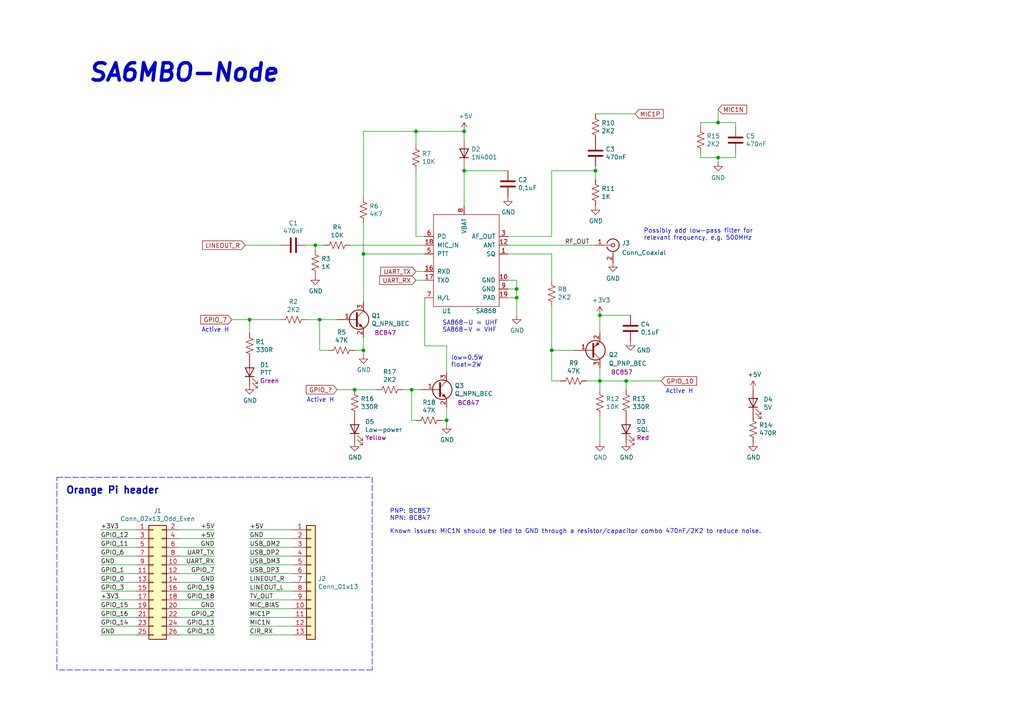
<source format=kicad_sch>
(kicad_sch (version 20211123) (generator eeschema)
  (paper "A4")
  (title_block (title "SA6MBO-Node - SA868 SVX Node") (date "2022-09-24") (rev "A") (company "SA6MBO"))
  (lib_symbols
    (symbol "Connector:Conn_Coaxial" (pin_names (offset 1.016) hide)
      (property "Reference" "J" (at 0.254 3.048 0))
      (property "Value" "Conn_Coaxial" (at 2.921 0 90))
      (symbol "Conn_Coaxial_0_1"
        (arc (start -1.778 -0.508) (mid 0.222 -1.808) (end 1.778 0) (stroke (width 0.254)))
        (polyline (pts (xy -2.54 0) (xy -0.508 0)))
        (polyline (pts (xy 0 -2.54) (xy 0 -1.778)))
        (circle (center 0 0) (radius 0.508) (stroke (width 0.2032)))
        (arc (start 1.778 0) (mid 0.222 1.8083) (end -1.778 0.508) (stroke (width 0.254)))
      )
      (symbol "Conn_Coaxial_1_1"
        (pin passive line (at -5.08 0 0) (length 2.54) (name "In") (number "1"))
        (pin passive line (at 0 -5.08 90) (length 2.54) (name "Ext") (number "2"))
      )
    )
    (symbol "Connector_Generic:Conn_01x13" (pin_names (offset 1.016) hide)
      (property "Reference" "J" (at 0 17.78 0))
      (property "Value" "Conn_01x13" (at 0 -17.78 0))
      (symbol "Conn_01x13_1_1"
        (rectangle (start -1.27 -15.113) (end 0 -15.367) (stroke (width 0.1524)))
        (rectangle (start -1.27 -12.573) (end 0 -12.827) (stroke (width 0.1524)))
        (rectangle (start -1.27 -10.033) (end 0 -10.287) (stroke (width 0.1524)))
        (rectangle (start -1.27 -7.493) (end 0 -7.747) (stroke (width 0.1524)))
        (rectangle (start -1.27 -4.953) (end 0 -5.207) (stroke (width 0.1524)))
        (rectangle (start -1.27 -2.413) (end 0 -2.667) (stroke (width 0.1524)))
        (rectangle (start -1.27 0.127) (end 0 -0.127) (stroke (width 0.1524)))
        (rectangle (start -1.27 2.667) (end 0 2.413) (stroke (width 0.1524)))
        (rectangle (start -1.27 5.207) (end 0 4.953) (stroke (width 0.1524)))
        (rectangle (start -1.27 7.747) (end 0 7.493) (stroke (width 0.1524)))
        (rectangle (start -1.27 10.287) (end 0 10.033) (stroke (width 0.1524)))
        (rectangle (start -1.27 12.827) (end 0 12.573) (stroke (width 0.1524)))
        (rectangle (start -1.27 15.367) (end 0 15.113) (stroke (width 0.1524)))
        (rectangle (start -1.27 16.51) (end 1.27 -16.51) (stroke (width 0.254)) (fill (type background)))
        (pin passive line (at -5.08 15.24 0) (length 3.81) (name "Pin_1") (number "1"))
        (pin passive line (at -5.08 -7.62 0) (length 3.81) (name "Pin_10") (number "10"))
        (pin passive line (at -5.08 -10.16 0) (length 3.81) (name "Pin_11") (number "11"))
        (pin passive line (at -5.08 -12.7 0) (length 3.81) (name "Pin_12") (number "12"))
        (pin passive line (at -5.08 -15.24 0) (length 3.81) (name "Pin_13") (number "13"))
        (pin passive line (at -5.08 12.7 0) (length 3.81) (name "Pin_2") (number "2"))
        (pin passive line (at -5.08 10.16 0) (length 3.81) (name "Pin_3") (number "3"))
        (pin passive line (at -5.08 7.62 0) (length 3.81) (name "Pin_4") (number "4"))
        (pin passive line (at -5.08 5.08 0) (length 3.81) (name "Pin_5") (number "5"))
        (pin passive line (at -5.08 2.54 0) (length 3.81) (name "Pin_6") (number "6"))
        (pin passive line (at -5.08 0 0) (length 3.81) (name "Pin_7") (number "7"))
        (pin passive line (at -5.08 -2.54 0) (length 3.81) (name "Pin_8") (number "8"))
        (pin passive line (at -5.08 -5.08 0) (length 3.81) (name "Pin_9") (number "9"))
      )
    )
    (symbol "Connector_Generic:Conn_02x13_Odd_Even" (pin_names (offset 1.016) hide)
      (property "Reference" "J" (at 1.27 17.78 0))
      (property "Value" "Conn_02x13_Odd_Even" (at 1.27 -17.78 0))
      (symbol "Conn_02x13_Odd_Even_1_1"
        (rectangle (start -1.27 -15.113) (end 0 -15.367) (stroke (width 0.1524)))
        (rectangle (start -1.27 -12.573) (end 0 -12.827) (stroke (width 0.1524)))
        (rectangle (start -1.27 -10.033) (end 0 -10.287) (stroke (width 0.1524)))
        (rectangle (start -1.27 -7.493) (end 0 -7.747) (stroke (width 0.1524)))
        (rectangle (start -1.27 -4.953) (end 0 -5.207) (stroke (width 0.1524)))
        (rectangle (start -1.27 -2.413) (end 0 -2.667) (stroke (width 0.1524)))
        (rectangle (start -1.27 0.127) (end 0 -0.127) (stroke (width 0.1524)))
        (rectangle (start -1.27 2.667) (end 0 2.413) (stroke (width 0.1524)))
        (rectangle (start -1.27 5.207) (end 0 4.953) (stroke (width 0.1524)))
        (rectangle (start -1.27 7.747) (end 0 7.493) (stroke (width 0.1524)))
        (rectangle (start -1.27 10.287) (end 0 10.033) (stroke (width 0.1524)))
        (rectangle (start -1.27 12.827) (end 0 12.573) (stroke (width 0.1524)))
        (rectangle (start -1.27 15.367) (end 0 15.113) (stroke (width 0.1524)))
        (rectangle (start -1.27 16.51) (end 3.81 -16.51) (stroke (width 0.254)) (fill (type background)))
        (rectangle (start 3.81 -15.113) (end 2.54 -15.367) (stroke (width 0.1524)))
        (rectangle (start 3.81 -12.573) (end 2.54 -12.827) (stroke (width 0.1524)))
        (rectangle (start 3.81 -10.033) (end 2.54 -10.287) (stroke (width 0.1524)))
        (rectangle (start 3.81 -7.493) (end 2.54 -7.747) (stroke (width 0.1524)))
        (rectangle (start 3.81 -4.953) (end 2.54 -5.207) (stroke (width 0.1524)))
        (rectangle (start 3.81 -2.413) (end 2.54 -2.667) (stroke (width 0.1524)))
        (rectangle (start 3.81 0.127) (end 2.54 -0.127) (stroke (width 0.1524)))
        (rectangle (start 3.81 2.667) (end 2.54 2.413) (stroke (width 0.1524)))
        (rectangle (start 3.81 5.207) (end 2.54 4.953) (stroke (width 0.1524)))
        (rectangle (start 3.81 7.747) (end 2.54 7.493) (stroke (width 0.1524)))
        (rectangle (start 3.81 10.287) (end 2.54 10.033) (stroke (width 0.1524)))
        (rectangle (start 3.81 12.827) (end 2.54 12.573) (stroke (width 0.1524)))
        (rectangle (start 3.81 15.367) (end 2.54 15.113) (stroke (width 0.1524)))
        (pin passive line (at -5.08 15.24 0) (length 3.81) (name "Pin_1") (number "1"))
        (pin passive line (at 7.62 5.08 180) (length 3.81) (name "Pin_10") (number "10"))
        (pin passive line (at -5.08 2.54 0) (length 3.81) (name "Pin_11") (number "11"))
        (pin passive line (at 7.62 2.54 180) (length 3.81) (name "Pin_12") (number "12"))
        (pin passive line (at -5.08 0 0) (length 3.81) (name "Pin_13") (number "13"))
        (pin passive line (at 7.62 0 180) (length 3.81) (name "Pin_14") (number "14"))
        (pin passive line (at -5.08 -2.54 0) (length 3.81) (name "Pin_15") (number "15"))
        (pin passive line (at 7.62 -2.54 180) (length 3.81) (name "Pin_16") (number "16"))
        (pin passive line (at -5.08 -5.08 0) (length 3.81) (name "Pin_17") (number "17"))
        (pin passive line (at 7.62 -5.08 180) (length 3.81) (name "Pin_18") (number "18"))
        (pin passive line (at -5.08 -7.62 0) (length 3.81) (name "Pin_19") (number "19"))
        (pin passive line (at 7.62 15.24 180) (length 3.81) (name "Pin_2") (number "2"))
        (pin passive line (at 7.62 -7.62 180) (length 3.81) (name "Pin_20") (number "20"))
        (pin passive line (at -5.08 -10.16 0) (length 3.81) (name "Pin_21") (number "21"))
        (pin passive line (at 7.62 -10.16 180) (length 3.81) (name "Pin_22") (number "22"))
        (pin passive line (at -5.08 -12.7 0) (length 3.81) (name "Pin_23") (number "23"))
        (pin passive line (at 7.62 -12.7 180) (length 3.81) (name "Pin_24") (number "24"))
        (pin passive line (at -5.08 -15.24 0) (length 3.81) (name "Pin_25") (number "25"))
        (pin passive line (at 7.62 -15.24 180) (length 3.81) (name "Pin_26") (number "26"))
        (pin passive line (at -5.08 12.7 0) (length 3.81) (name "Pin_3") (number "3"))
        (pin passive line (at 7.62 12.7 180) (length 3.81) (name "Pin_4") (number "4"))
        (pin passive line (at -5.08 10.16 0) (length 3.81) (name "Pin_5") (number "5"))
        (pin passive line (at 7.62 10.16 180) (length 3.81) (name "Pin_6") (number "6"))
        (pin passive line (at -5.08 7.62 0) (length 3.81) (name "Pin_7") (number "7"))
        (pin passive line (at 7.62 7.62 180) (length 3.81) (name "Pin_8") (number "8"))
        (pin passive line (at -5.08 5.08 0) (length 3.81) (name "Pin_9") (number "9"))
      )
    )
    (symbol "Device:C" (pin_numbers hide) (pin_names (offset 0.254))
      (property "Reference" "C" (at 0.635 2.54 0))
      (property "Value" "C" (at 0.635 -2.54 0))
      (symbol "C_0_1"
        (polyline (pts (xy -2.032 -0.762) (xy 2.032 -0.762)) (stroke (width 0.508)))
        (polyline (pts (xy -2.032 0.762) (xy 2.032 0.762)) (stroke (width 0.508)))
      )
      (symbol "C_1_1"
        (pin passive line (at 0 3.81 270) (length 2.794) (name "~") (number "1"))
        (pin passive line (at 0 -3.81 90) (length 2.794) (name "~") (number "2"))
      )
    )
    (symbol "Device:D" (pin_numbers hide) (pin_names (offset 1.016) hide)
      (property "Reference" "D" (at 0 2.54 0))
      (property "Value" "D" (at 0 -2.54 0))
      (symbol "D_0_1"
        (polyline (pts (xy -1.27 1.27) (xy -1.27 -1.27)) (stroke (width 0.254)))
        (polyline (pts (xy 1.27 0) (xy -1.27 0)))
        (polyline (pts (xy 1.27 1.27) (xy 1.27 -1.27) (xy -1.27 0) (xy 1.27 1.27)) (stroke (width 0.254)))
      )
      (symbol "D_1_1"
        (pin passive line (at -3.81 0 0) (length 2.54) (name "K") (number "1"))
        (pin passive line (at 3.81 0 180) (length 2.54) (name "A") (number "2"))
      )
    )
    (symbol "Device:LED" (pin_numbers hide) (pin_names (offset 1.016) hide)
      (property "Reference" "D" (at 0 2.54 0))
      (property "Value" "LED" (at 0 -2.54 0))
      (symbol "LED_0_1"
        (polyline (pts (xy -1.27 -1.27) (xy -1.27 1.27)) (stroke (width 0.254)))
        (polyline (pts (xy -1.27 0) (xy 1.27 0)))
        (polyline (pts (xy 1.27 -1.27) (xy 1.27 1.27) (xy -1.27 0) (xy 1.27 -1.27)) (stroke (width 0.254)))
        (polyline (pts (xy -3.048 -0.762) (xy -4.572 -2.286) (xy -3.81 -2.286) (xy -4.572 -2.286) (xy -4.572 -1.524)))
        (polyline (pts (xy -1.778 -0.762) (xy -3.302 -2.286) (xy -2.54 -2.286) (xy -3.302 -2.286) (xy -3.302 -1.524)))
      )
      (symbol "LED_1_1"
        (pin passive line (at -3.81 0 0) (length 2.54) (name "K") (number "1"))
        (pin passive line (at 3.81 0 180) (length 2.54) (name "A") (number "2"))
      )
    )
    (symbol "Device:Q_NPN_BEC" (pin_names (offset 0) hide)
      (property "Reference" "Q" (at 5.08 1.27 0))
      (property "Value" "Q_NPN_BEC" (at 5.08 -1.27 0))
      (symbol "Q_NPN_BEC_0_1"
        (polyline (pts (xy 0.635 0.635) (xy 2.54 2.54)))
        (polyline (pts (xy 0.635 -0.635) (xy 2.54 -2.54) (xy 2.54 -2.54)))
        (polyline (pts (xy 0.635 1.905) (xy 0.635 -1.905) (xy 0.635 -1.905)) (stroke (width 0.508)))
        (polyline (pts (xy 1.27 -1.778) (xy 1.778 -1.27) (xy 2.286 -2.286) (xy 1.27 -1.778) (xy 1.27 -1.778)) (fill (type outline)))
        (circle (center 1.27 0) (radius 2.8194) (stroke (width 0.254)))
      )
      (symbol "Q_NPN_BEC_1_1"
        (pin input line (at -5.08 0 0) (length 5.715) (name "B") (number "1"))
        (pin passive line (at 2.54 -5.08 90) (length 2.54) (name "E") (number "2"))
        (pin passive line (at 2.54 5.08 270) (length 2.54) (name "C") (number "3"))
      )
    )
    (symbol "Device:Q_PNP_BEC" (pin_names (offset 0) hide)
      (property "Reference" "Q" (at 5.08 1.27 0))
      (property "Value" "Q_PNP_BEC" (at 5.08 -1.27 0))
      (symbol "Q_PNP_BEC_0_1"
        (polyline (pts (xy 0.635 0.635) (xy 2.54 2.54)))
        (polyline (pts (xy 0.635 -0.635) (xy 2.54 -2.54) (xy 2.54 -2.54)))
        (polyline (pts (xy 0.635 1.905) (xy 0.635 -1.905) (xy 0.635 -1.905)) (stroke (width 0.508)))
        (polyline (pts (xy 2.286 -1.778) (xy 1.778 -2.286) (xy 1.27 -1.27) (xy 2.286 -1.778) (xy 2.286 -1.778)) (fill (type outline)))
        (circle (center 1.27 0) (radius 2.8194) (stroke (width 0.254)))
      )
      (symbol "Q_PNP_BEC_1_1"
        (pin input line (at -5.08 0 0) (length 5.715) (name "B") (number "1"))
        (pin passive line (at 2.54 -5.08 90) (length 2.54) (name "E") (number "2"))
        (pin passive line (at 2.54 5.08 270) (length 2.54) (name "C") (number "3"))
      )
    )
    (symbol "Device:R_US" (pin_numbers hide) (pin_names (offset 0))
      (property "Reference" "R" (at 2.54 0 90))
      (property "Value" "R_US" (at -2.54 0 90))
      (symbol "R_US_0_1"
        (polyline (pts (xy 0 -2.286) (xy 0 -2.54)))
        (polyline (pts (xy 0 2.286) (xy 0 2.54)))
        (polyline (pts (xy 0 -0.762) (xy 1.016 -1.143) (xy 0 -1.524) (xy -1.016 -1.905) (xy 0 -2.286)))
        (polyline (pts (xy 0 0.762) (xy 1.016 0.381) (xy 0 0) (xy -1.016 -0.381) (xy 0 -0.762)))
        (polyline (pts (xy 0 2.286) (xy 1.016 1.905) (xy 0 1.524) (xy -1.016 1.143) (xy 0 0.762)))
      )
      (symbol "R_US_1_1"
        (pin passive line (at 0 3.81 270) (length 1.27) (name "~") (number "1"))
        (pin passive line (at 0 -3.81 90) (length 1.27) (name "~") (number "2"))
      )
    )
    (symbol "SA868:SA868" (pin_names (offset 1.016))
      (property "Reference" "U1" (at -6.35 -15.24 0))
      (property "Value" "SA868" (at 5.08 -15.24 0))
      (symbol "SA868_0_1"
        (rectangle (start -10.16 12.7) (end 8.89 -13.97))
      )
      (symbol "SA868_1_1"
        (pin input line (at 11.43 1.27 180) (length 2.54) (name "SQ") (number "1"))
        (pin input line (at 11.43 -6.35 180) (length 2.54) (name "GND") (number "10"))
        (pin bidirectional line (at 11.43 3.81 180) (length 2.54) (name "ANT") (number "12"))
        (pin input line (at -12.7 -3.81 0) (length 2.54) (name "RXD") (number "16"))
        (pin input line (at -12.7 -6.35 0) (length 2.54) (name "TXD") (number "17"))
        (pin input line (at -12.7 3.81 0) (length 2.54) (name "MIC_IN") (number "18"))
        (pin input line (at 11.43 -11.43 180) (length 2.54) (name "PAD") (number "19"))
        (pin output line (at 11.43 6.35 180) (length 2.54) (name "AF_OUT") (number "3"))
        (pin input line (at -12.7 1.27 0) (length 2.54) (name "PTT") (number "5"))
        (pin input line (at -12.7 6.35 0) (length 2.54) (name "PD") (number "6"))
        (pin input line (at -12.7 -11.43 0) (length 2.54) (name "H/L") (number "7"))
        (pin power_in line (at -1.27 15.24 270) (length 2.54) (name "VBAT") (number "8"))
        (pin input line (at 11.43 -8.89 180) (length 2.54) (name "GND") (number "9"))
      )
    )
    (symbol "power:+3V3" (power) (pin_names (offset 0))
      (property "Value" "+3V3" (at 0 3.556 0))
      (symbol "+3V3_0_1"
        (polyline (pts (xy -0.762 1.27) (xy 0 2.54)))
        (polyline (pts (xy 0 0) (xy 0 2.54)))
        (polyline (pts (xy 0 2.54) (xy 0.762 1.27)))
      )
      (symbol "+3V3_1_1"
        (pin power_in line (at 0 0 90) (length 0) hide (name "+3V3") (number "1"))
      )
    )
    (symbol "power:+5V" (power) (pin_names (offset 0))
      (property "Value" "+5V" (at 0 3.556 0))
      (symbol "+5V_0_1"
        (polyline (pts (xy -0.762 1.27) (xy 0 2.54)))
        (polyline (pts (xy 0 0) (xy 0 2.54)))
        (polyline (pts (xy 0 2.54) (xy 0.762 1.27)))
      )
      (symbol "+5V_1_1"
        (pin power_in line (at 0 0 90) (length 0) hide (name "+5V") (number "1"))
      )
    )
    (symbol "power:GND" (power) (pin_names (offset 0))
      (property "Value" "GND" (at 0 -3.81 0))
      (symbol "GND_0_1"
        (polyline (pts (xy 0 0) (xy 0 -1.27) (xy 1.27 -1.27) (xy 0 -2.54) (xy -1.27 -1.27) (xy 0 -1.27)))
      )
      (symbol "GND_1_1"
        (pin power_in line (at 0 0 270) (length 0) hide (name "GND") (number "1"))
      )
    )
  )
  (junction (at 149.86 86.36))
  (junction (at 72.39 92.71))
  (junction (at 160.02 101.6))
  (junction (at 92.71 92.71))
  (junction (at 119.38 113.03))
  (junction (at 181.61 110.49))
  (junction (at 91.44 71.12))
  (junction (at 172.72 49.53))
  (junction (at 173.99 110.49))
  (junction (at 134.62 38.1))
  (junction (at 105.41 101.6))
  (junction (at 134.62 49.53))
  (junction (at 129.54 121.92))
  (junction (at 120.65 38.1))
  (junction (at 102.87 113.03))
  (junction (at 105.41 73.66))
  (junction (at 149.86 83.82))
  (junction (at 173.99 91.44))
  (junction (at 208.28 45.72))
  (junction (at 208.28 35.56))
  (wire (pts (xy 29.21 176.53) (xy 39.37 176.53)))
  (wire (pts (xy 62.23 156.21) (xy 52.07 156.21)))
  (wire (pts (xy 62.23 168.91) (xy 52.07 168.91)))
  (wire (pts (xy 62.23 153.67) (xy 52.07 153.67)))
  (wire (pts (xy 129.54 100.33) (xy 123.19 100.33)))
  (wire (pts (xy 208.28 35.56) (xy 213.36 35.56)))
  (wire (pts (xy 120.65 81.28) (xy 123.19 81.28)))
  (wire (pts (xy 102.87 113.03) (xy 109.22 113.03)))
  (wire (pts (xy 62.23 171.45) (xy 52.07 171.45)))
  (wire (pts (xy 149.86 86.36) (xy 149.86 91.44)))
  (wire (pts (xy 29.21 158.75) (xy 39.37 158.75)))
  (wire (pts (xy 173.99 91.44) (xy 182.88 91.44)))
  (wire (pts (xy 72.39 153.67) (xy 85.09 153.67)))
  (wire (pts (xy 147.32 73.66) (xy 160.02 73.66)))
  (wire (pts (xy 71.12 71.12) (xy 81.28 71.12)))
  (wire (pts (xy 208.28 35.56) (xy 208.28 31.75)))
  (wire (pts (xy 120.65 38.1) (xy 134.62 38.1)))
  (wire (pts (xy 147.32 68.58) (xy 160.02 68.58)))
  (wire (pts (xy 105.41 97.79) (xy 105.41 101.6)))
  (wire (pts (xy 213.36 44.45) (xy 213.36 45.72)))
  (wire (pts (xy 129.54 121.92) (xy 129.54 123.19)))
  (wire (pts (xy 72.39 173.99) (xy 85.09 173.99)))
  (wire (pts (xy 72.39 179.07) (xy 85.09 179.07)))
  (wire (pts (xy 203.2 36.83) (xy 203.2 35.56)))
  (wire (pts (xy 97.79 113.03) (xy 102.87 113.03)))
  (wire (pts (xy 147.32 71.12) (xy 172.72 71.12)))
  (wire (pts (xy 105.41 38.1) (xy 120.65 38.1)))
  (wire (pts (xy 29.21 184.15) (xy 39.37 184.15)))
  (wire (pts (xy 147.32 49.53) (xy 134.62 49.53)))
  (wire (pts (xy 105.41 57.15) (xy 105.41 38.1)))
  (wire (pts (xy 29.21 153.67) (xy 39.37 153.67)))
  (wire (pts (xy 62.23 173.99) (xy 52.07 173.99)))
  (wire (pts (xy 203.2 45.72) (xy 208.28 45.72)))
  (wire (pts (xy 172.72 48.26) (xy 172.72 49.53)))
  (wire (pts (xy 123.19 71.12) (xy 101.6 71.12)))
  (wire (pts (xy 213.36 36.83) (xy 213.36 35.56)))
  (wire (pts (xy 181.61 113.03) (xy 181.61 110.49)))
  (wire (pts (xy 120.65 78.74) (xy 123.19 78.74)))
  (wire (pts (xy 95.25 101.6) (xy 92.71 101.6)))
  (wire (pts (xy 128.27 121.92) (xy 129.54 121.92)))
  (wire (pts (xy 149.86 83.82) (xy 149.86 86.36)))
  (wire (pts (xy 170.18 110.49) (xy 173.99 110.49)))
  (wire (pts (xy 203.2 35.56) (xy 208.28 35.56)))
  (wire (pts (xy 92.71 92.71) (xy 88.9 92.71)))
  (wire (pts (xy 160.02 68.58) (xy 160.02 49.53)))
  (wire (pts (xy 160.02 73.66) (xy 160.02 81.28)))
  (wire (pts (xy 134.62 49.53) (xy 134.62 59.69)))
  (wire (pts (xy 29.21 161.29) (xy 39.37 161.29)))
  (wire (pts (xy 62.23 181.61) (xy 52.07 181.61)))
  (wire (pts (xy 29.21 166.37) (xy 39.37 166.37)))
  (wire (pts (xy 173.99 120.65) (xy 173.99 128.27)))
  (wire (pts (xy 105.41 101.6) (xy 105.41 102.87)))
  (wire (pts (xy 173.99 91.44) (xy 173.99 96.52)))
  (wire (pts (xy 173.99 110.49) (xy 173.99 106.68)))
  (wire (pts (xy 160.02 110.49) (xy 162.56 110.49)))
  (wire (pts (xy 160.02 88.9) (xy 160.02 101.6)))
  (wire (pts (xy 62.23 161.29) (xy 52.07 161.29)))
  (wire (pts (xy 134.62 48.26) (xy 134.62 49.53)))
  (wire (pts (xy 72.39 181.61) (xy 85.09 181.61)))
  (wire (pts (xy 72.39 166.37) (xy 85.09 166.37)))
  (wire (pts (xy 72.39 161.29) (xy 85.09 161.29)))
  (wire (pts (xy 147.32 86.36) (xy 149.86 86.36)))
  (wire (pts (xy 91.44 71.12) (xy 93.98 71.12)))
  (polyline (pts (xy 107.95 194.31) (xy 16.51 194.31)))
  (wire (pts (xy 160.02 101.6) (xy 166.37 101.6)))
  (wire (pts (xy 119.38 113.03) (xy 121.92 113.03)))
  (wire (pts (xy 62.23 184.15) (xy 52.07 184.15)))
  (wire (pts (xy 120.65 68.58) (xy 123.19 68.58)))
  (wire (pts (xy 147.32 83.82) (xy 149.86 83.82)))
  (polyline (pts (xy 16.51 194.31) (xy 16.51 138.43)))
  (wire (pts (xy 81.28 92.71) (xy 72.39 92.71)))
  (wire (pts (xy 88.9 71.12) (xy 91.44 71.12)))
  (wire (pts (xy 72.39 96.52) (xy 72.39 92.71)))
  (wire (pts (xy 72.39 168.91) (xy 85.09 168.91)))
  (wire (pts (xy 160.02 101.6) (xy 160.02 110.49)))
  (wire (pts (xy 123.19 86.36) (xy 123.19 100.33)))
  (wire (pts (xy 129.54 118.11) (xy 129.54 121.92)))
  (polyline (pts (xy 16.51 138.43) (xy 107.95 138.43)))
  (wire (pts (xy 29.21 163.83) (xy 39.37 163.83)))
  (wire (pts (xy 62.23 176.53) (xy 52.07 176.53)))
  (wire (pts (xy 184.15 33.02) (xy 172.72 33.02)))
  (wire (pts (xy 92.71 92.71) (xy 97.79 92.71)))
  (wire (pts (xy 29.21 173.99) (xy 39.37 173.99)))
  (wire (pts (xy 120.65 49.53) (xy 120.65 68.58)))
  (wire (pts (xy 29.21 181.61) (xy 39.37 181.61)))
  (wire (pts (xy 72.39 176.53) (xy 85.09 176.53)))
  (wire (pts (xy 172.72 49.53) (xy 172.72 52.07)))
  (wire (pts (xy 29.21 179.07) (xy 39.37 179.07)))
  (wire (pts (xy 181.61 110.49) (xy 191.77 110.49)))
  (wire (pts (xy 105.41 73.66) (xy 105.41 87.63)))
  (wire (pts (xy 203.2 44.45) (xy 203.2 45.72)))
  (wire (pts (xy 120.65 38.1) (xy 120.65 41.91)))
  (wire (pts (xy 208.28 45.72) (xy 213.36 45.72)))
  (wire (pts (xy 173.99 110.49) (xy 173.99 113.03)))
  (wire (pts (xy 29.21 168.91) (xy 39.37 168.91)))
  (wire (pts (xy 173.99 110.49) (xy 181.61 110.49)))
  (wire (pts (xy 149.86 81.28) (xy 149.86 83.82)))
  (polyline (pts (xy 107.95 138.43) (xy 107.95 194.31)))
  (wire (pts (xy 62.23 179.07) (xy 52.07 179.07)))
  (wire (pts (xy 160.02 49.53) (xy 172.72 49.53)))
  (wire (pts (xy 72.39 158.75) (xy 85.09 158.75)))
  (wire (pts (xy 62.23 166.37) (xy 52.07 166.37)))
  (wire (pts (xy 119.38 121.92) (xy 119.38 113.03)))
  (wire (pts (xy 72.39 92.71) (xy 67.31 92.71)))
  (wire (pts (xy 134.62 38.1) (xy 134.62 40.64)))
  (wire (pts (xy 62.23 158.75) (xy 52.07 158.75)))
  (wire (pts (xy 72.39 163.83) (xy 85.09 163.83)))
  (wire (pts (xy 147.32 81.28) (xy 149.86 81.28)))
  (wire (pts (xy 72.39 184.15) (xy 85.09 184.15)))
  (wire (pts (xy 91.44 72.39) (xy 91.44 71.12)))
  (wire (pts (xy 29.21 156.21) (xy 39.37 156.21)))
  (wire (pts (xy 92.71 101.6) (xy 92.71 92.71)))
  (wire (pts (xy 129.54 107.95) (xy 129.54 100.33)))
  (wire (pts (xy 62.23 163.83) (xy 52.07 163.83)))
  (wire (pts (xy 116.84 113.03) (xy 119.38 113.03)))
  (wire (pts (xy 102.87 101.6) (xy 105.41 101.6)))
  (wire (pts (xy 123.19 73.66) (xy 105.41 73.66)))
  (wire (pts (xy 105.41 73.66) (xy 105.41 64.77)))
  (wire (pts (xy 120.65 121.92) (xy 119.38 121.92)))
  (wire (pts (xy 29.21 171.45) (xy 39.37 171.45)))
  (wire (pts (xy 208.28 46.99) (xy 208.28 45.72)))
  (wire (pts (xy 72.39 171.45) (xy 85.09 171.45)))
  (wire (pts (xy 72.39 156.21) (xy 85.09 156.21)))
  (text "PNP: BC857\nNPN: BC847" (at 113.03 151.13 0) (effects (font (size 1.27 1.27)) (justify left bottom)))
  (text "Orange Pi header" (at 19.05 143.51 0) (effects (font (size 2.0066 2.0066) (thickness 0.4013) bold) (justify left bottom)))
  (text "Active H" (at 58.42 96.52 0) (effects (font (size 1.27 1.27)) (justify left bottom)))
  (text "Possibly add low-pass filter for\nrelevant frequency, e.g. 500MHz" (at 186.69 69.85 0) (effects (font (size 1.27 1.27)) (justify left bottom)))
  (text "Known issues: MIC1N should be tied to GND through a resistor/capacitor combo 470nF/2K2 to reduce noise." (at 113.03 154.94 0) (effects (font (size 1.27 1.27)) (justify left bottom)))
  (text "SA868-U = UHF\nSA868-V = VHF" (at 128.27 96.52 0) (effects (font (size 1.27 1.27)) (justify left bottom)))
  (text "low=0.5W\nfloat=2W" (at 130.81 106.68 0) (effects (font (size 1.27 1.27)) (justify left bottom)))
  (text "Active H" (at 193.04 114.3 0) (effects (font (size 1.27 1.27)) (justify left bottom)))
  (text "Active H" (at 88.9 116.84 0) (effects (font (size 1.27 1.27)) (justify left bottom)))
  (text "SA6MBO-Node" (at 25.4 24.13 0) (effects (font (size 5.0038 5.0038) (thickness 1.0008) bold italic) (justify left bottom)))
  (label "GPIO_19" (at 62.23 171.45 180))
  (label "GND" (at 72.39 156.21 0))
  (label "MIC1N" (at 72.39 181.61 0))
  (label "+5V" (at 72.39 153.67 0))
  (label "UART_TX" (at 62.23 161.29 180))
  (label "GND" (at 62.23 158.75 180))
  (label "LINEOUT_L" (at 72.39 171.45 0))
  (label "GPIO_14" (at 29.21 181.61 0))
  (label "USB_DP2" (at 72.39 161.29 0))
  (label "GPIO_2" (at 62.23 179.07 180))
  (label "UART_RX" (at 62.23 163.83 180))
  (label "GND" (at 62.23 176.53 180))
  (label "GPIO_12" (at 29.21 156.21 0))
  (label "GPIO_6" (at 29.21 161.29 0))
  (label "+3V3" (at 29.21 153.67 0))
  (label "+3V3" (at 29.21 173.99 0))
  (label "MIC_BIAS" (at 72.39 176.53 0))
  (label "GPIO_18" (at 62.23 173.99 180))
  (label "CIR_RX" (at 72.39 184.15 0))
  (label "GND" (at 62.23 168.91 180))
  (label "GND" (at 29.21 163.83 0))
  (label "+5V" (at 62.23 153.67 180))
  (label "GPIO_16" (at 29.21 179.07 0))
  (label "LINEOUT_R" (at 72.39 168.91 0))
  (label "GPIO_3" (at 29.21 171.45 0))
  (label "GPIO_0" (at 29.21 168.91 0))
  (label "GPIO_13" (at 62.23 181.61 180))
  (label "RF_OUT" (at 163.83 71.12 0))
  (label "USB_DM3" (at 72.39 163.83 0))
  (label "USB_DP3" (at 72.39 166.37 0))
  (label "GND" (at 29.21 184.15 0))
  (label "GPIO_1" (at 29.21 166.37 0))
  (label "USB_DM2" (at 72.39 158.75 0))
  (label "GPIO_11" (at 29.21 158.75 0))
  (label "GPIO_15" (at 29.21 176.53 0))
  (label "+5V" (at 62.23 156.21 180))
  (label "MIC1P" (at 72.39 179.07 0))
  (label "TV_OUT" (at 72.39 173.99 0))
  (label "GPIO_10" (at 62.23 184.15 180))
  (label "GPIO_7" (at 62.23 166.37 180))
  (global_label "UART_TX" (shape input) (at 120.65 78.74 180) (property "Intersheet References" "${INTERSHEET_REFS}" (effects hide)))
  (global_label "MIC1N" (shape input) (at 208.28 31.75 0) (property "Intersheet References" "${INTERSHEET_REFS}" (effects hide)))
  (global_label "MIC1P" (shape input) (at 184.15 33.02 0) (property "Intersheet References" "${INTERSHEET_REFS}" (effects hide)))
  (global_label "LINEOUT_R" (shape input) (at 71.12 71.12 180) (property "Intersheet References" "${INTERSHEET_REFS}" (effects hide)))
  (global_label "GPIO_7" (shape input) (at 67.31 92.71 180) (property "Intersheet References" "${INTERSHEET_REFS}" (effects hide)))
  (global_label "GPIO_?" (shape input) (at 97.79 113.03 180) (property "Intersheet References" "${INTERSHEET_REFS}" (effects hide)))
  (global_label "UART_RX" (shape input) (at 120.65 81.28 180) (property "Intersheet References" "${INTERSHEET_REFS}" (effects hide)))
  (global_label "GPIO_10" (shape input) (at 191.77 110.49 0) (property "Intersheet References" "${INTERSHEET_REFS}" (effects hide)))
  (symbol (lib_id "SA868:SA868") (at 135.89 74.93 0) (unit 1)
    (property "Reference" "U1" (at 129.54 90.17 0))
    (property "Value" "SA868" (at 140.97 90.17 0))
    (property "Footprint" "SA868:SA868" (effects hide))
    (property "Datasheet" "https://logifind.com/u_file/2108/file/78c8b5da1d.pdf" (effects hide))
  )
  (symbol (lib_id "Device:R_US") (at 120.65 45.72 0) (unit 1)
    (property "Reference" "R7" (at 122.3772 44.5516 0) (effects (justify left)))
    (property "Value" "10K" (at 122.3772 46.863 0) (effects (justify left)))
    (property "Footprint" "Resistor_SMD:R_0603_1608Metric" (effects hide))
  )
  (symbol (lib_id "power:+5V") (at 134.62 38.1 0) (unit 1)
    (property "Reference" "#PWR04" (effects hide))
    (property "Value" "+5V" (at 135.001 33.7058 0))
  )
  (symbol (lib_id "Device:C") (at 147.32 53.34 0) (unit 1)
    (property "Reference" "C2" (at 150.241 52.1716 0) (effects (justify left)))
    (property "Value" "0,1uF" (at 150.241 54.483 0) (effects (justify left)))
    (property "Footprint" "Capacitor_SMD:C_0603_1608Metric" (effects hide))
  )
  (symbol (lib_id "Device:LED") (at 218.44 116.84 90) (unit 1)
    (property "Reference" "D4" (at 221.4372 115.8494 90) (effects (justify right)))
    (property "Value" "5V" (at 221.4372 118.1608 90) (effects (justify right)))
    (property "Footprint" "LED_SMD:LED_0603_1608Metric" (effects hide))
  )
  (symbol (lib_id "Device:Q_NPN_BEC") (at 102.87 92.71 0) (unit 1)
    (property "Reference" "Q1" (at 107.7214 91.5416 0) (effects (justify left)))
    (property "Value" "Q_NPN_BEC" (at 107.7214 93.853 0) (effects (justify left)))
    (property "Footprint" "Package_TO_SOT_SMD:SOT-23" (effects hide))
    (property "PN" "BC847" (at 111.76 96.52 0))
  )
  (symbol (lib_id "power:GND") (at 149.86 91.44 0) (unit 1)
    (property "Reference" "#PWR06" (effects hide))
    (property "Value" "GND" (at 149.987 95.8342 0))
  )
  (symbol (lib_id "Device:D") (at 134.62 44.45 90) (unit 1)
    (property "Reference" "D2" (at 136.652 43.2816 90) (effects (justify right)))
    (property "Value" "1N4001" (at 136.652 45.593 90) (effects (justify right)))
    (property "Footprint" "Diode_SMD:D_SMA" (effects hide))
  )
  (symbol (lib_id "power:GND") (at 147.32 57.15 0) (unit 1)
    (property "Reference" "#PWR05" (effects hide))
    (property "Value" "GND" (at 147.447 61.5442 0))
  )
  (symbol (lib_id "power:+5V") (at 218.44 113.03 0) (unit 1)
    (property "Reference" "#PWR013" (effects hide))
    (property "Value" "+5V" (at 218.821 108.6358 0))
  )
  (symbol (lib_id "Device:R_US") (at 218.44 124.46 0) (unit 1)
    (property "Reference" "R14" (at 220.1672 123.2916 0) (effects (justify left)))
    (property "Value" "470R" (at 220.1672 125.603 0) (effects (justify left)))
    (property "Footprint" "Resistor_SMD:R_0603_1608Metric" (effects hide))
  )
  (symbol (lib_id "power:GND") (at 218.44 128.27 0) (unit 1)
    (property "Reference" "#PWR014" (effects hide))
    (property "Value" "GND" (at 218.567 132.6642 0))
  )
  (symbol (lib_id "Device:C") (at 172.72 44.45 0) (unit 1)
    (property "Reference" "C3" (at 175.641 43.2816 0) (effects (justify left)))
    (property "Value" "470nF" (at 175.641 45.593 0) (effects (justify left)))
    (property "Footprint" "Capacitor_SMD:C_0603_1608Metric" (effects hide))
  )
  (symbol (lib_id "Device:R_US") (at 172.72 36.83 0) (unit 1)
    (property "Reference" "R10" (at 174.4472 35.6616 0) (effects (justify left)))
    (property "Value" "2K2" (at 174.4472 37.973 0) (effects (justify left)))
    (property "Footprint" "Resistor_SMD:R_0603_1608Metric" (effects hide))
  )
  (symbol (lib_id "Device:R_US") (at 172.72 55.88 0) (unit 1)
    (property "Reference" "R11" (at 174.4472 54.7116 0) (effects (justify left)))
    (property "Value" "1K" (at 174.4472 57.023 0) (effects (justify left)))
    (property "Footprint" "Resistor_SMD:R_0603_1608Metric" (effects hide))
  )
  (symbol (lib_id "power:GND") (at 172.72 59.69 0) (unit 1)
    (property "Reference" "#PWR07" (effects hide))
    (property "Value" "GND" (at 172.847 64.0842 0))
  )
  (symbol (lib_id "Device:Q_PNP_BEC") (at 171.45 101.6 0) (mirror x) (unit 1)
    (property "Reference" "Q2" (at 176.53 102.87 0) (effects (justify left)))
    (property "Value" "Q_PNP_BEC" (at 176.53 105.41 0) (effects (justify left)))
    (property "Footprint" "Package_TO_SOT_SMD:SOT-23" (effects hide))
    (property "PN" "BC857" (at 180.34 107.95 0))
  )
  (symbol (lib_id "Device:R_US") (at 160.02 85.09 0) (unit 1)
    (property "Reference" "R8" (at 161.7472 83.9216 0) (effects (justify left)))
    (property "Value" "2K2" (at 161.7472 86.233 0) (effects (justify left)))
    (property "Footprint" "Resistor_SMD:R_0603_1608Metric" (effects hide))
  )
  (symbol (lib_id "Device:R_US") (at 166.37 110.49 90) (unit 1)
    (property "Reference" "R9" (at 166.37 105.283 90))
    (property "Value" "47K" (at 166.37 107.5944 90))
    (property "Footprint" "Resistor_SMD:R_0603_1608Metric" (effects hide))
  )
  (symbol (lib_id "Device:C") (at 182.88 95.25 0) (unit 1)
    (property "Reference" "C4" (at 185.801 94.0816 0) (effects (justify left)))
    (property "Value" "0,1uF" (at 185.801 96.393 0) (effects (justify left)))
    (property "Footprint" "Capacitor_SMD:C_0603_1608Metric" (effects hide))
  )
  (symbol (lib_id "power:+3V3") (at 173.99 91.44 0) (unit 1)
    (property "Reference" "#PWR09" (effects hide))
    (property "Value" "+3V3" (at 174.371 87.0458 0))
  )
  (symbol (lib_id "Device:R_US") (at 181.61 116.84 0) (unit 1)
    (property "Reference" "R13" (at 183.3372 115.6716 0) (effects (justify left)))
    (property "Value" "330R" (at 183.3372 117.983 0) (effects (justify left)))
    (property "Footprint" "Resistor_SMD:R_0603_1608Metric" (effects hide))
  )
  (symbol (lib_id "Device:LED") (at 181.61 124.46 90) (unit 1)
    (property "Reference" "D3" (at 184.6072 122.3264 90) (effects (justify right)))
    (property "Value" "SQL" (at 184.6072 124.6378 90) (effects (justify right)))
    (property "Footprint" "LED_SMD:LED_0603_1608Metric" (effects hide))
    (property "Color" "Red" (at 184.6072 126.9492 90) (effects (justify right)))
  )
  (symbol (lib_id "Device:R_US") (at 173.99 116.84 0) (unit 1)
    (property "Reference" "R12" (at 175.7172 115.6716 0) (effects (justify left)))
    (property "Value" "10K" (at 175.7172 117.983 0) (effects (justify left)))
    (property "Footprint" "Resistor_SMD:R_0603_1608Metric" (effects hide))
  )
  (symbol (lib_id "power:GND") (at 173.99 128.27 0) (unit 1)
    (property "Reference" "#PWR010" (effects hide))
    (property "Value" "GND" (at 174.117 132.6642 0))
  )
  (symbol (lib_id "power:GND") (at 181.61 128.27 0) (unit 1)
    (property "Reference" "#PWR011" (effects hide))
    (property "Value" "GND" (at 181.737 132.6642 0))
  )
  (symbol (lib_id "power:GND") (at 182.88 99.06 0) (unit 1)
    (property "Reference" "#PWR012" (effects hide))
    (property "Value" "GND" (at 186.69 101.6 0))
  )
  (symbol (lib_id "Device:R_US") (at 85.09 92.71 270) (unit 1)
    (property "Reference" "R2" (at 85.09 87.503 90))
    (property "Value" "2K2" (at 85.09 89.8144 90))
    (property "Footprint" "Resistor_SMD:R_0603_1608Metric" (effects hide))
  )
  (symbol (lib_id "Device:R_US") (at 99.06 101.6 270) (unit 1)
    (property "Reference" "R5" (at 99.06 96.393 90))
    (property "Value" "47K" (at 99.06 98.7044 90))
    (property "Footprint" "Resistor_SMD:R_0603_1608Metric" (effects hide))
  )
  (symbol (lib_id "Device:R_US") (at 72.39 100.33 0) (unit 1)
    (property "Reference" "R1" (at 74.1172 99.1616 0) (effects (justify left)))
    (property "Value" "330R" (at 74.1172 101.473 0) (effects (justify left)))
    (property "Footprint" "Resistor_SMD:R_0603_1608Metric" (effects hide))
  )
  (symbol (lib_id "Device:LED") (at 72.39 107.95 90) (unit 1)
    (property "Reference" "D1" (at 75.3872 105.8164 90) (effects (justify right)))
    (property "Value" "PTT" (at 75.3872 108.1278 90) (effects (justify right)))
    (property "Footprint" "LED_SMD:LED_0603_1608Metric" (effects hide))
    (property "Color" "Green" (at 75.3872 110.4392 90) (effects (justify right)))
  )
  (symbol (lib_id "power:GND") (at 72.39 111.76 0) (unit 1)
    (property "Reference" "#PWR01" (effects hide))
    (property "Value" "GND" (at 72.517 116.1542 0))
  )
  (symbol (lib_id "Device:R_US") (at 91.44 76.2 0) (unit 1)
    (property "Reference" "R3" (at 93.1672 75.0316 0) (effects (justify left)))
    (property "Value" "1K" (at 93.1672 77.343 0) (effects (justify left)))
    (property "Footprint" "Resistor_SMD:R_0603_1608Metric" (effects hide))
  )
  (symbol (lib_id "Device:R_US") (at 97.79 71.12 270) (unit 1)
    (property "Reference" "R4" (at 97.79 65.913 90))
    (property "Value" "10K" (at 97.79 68.2244 90))
    (property "Footprint" "Resistor_SMD:R_0603_1608Metric" (effects hide))
  )
  (symbol (lib_id "Device:R_US") (at 105.41 60.96 0) (unit 1)
    (property "Reference" "R6" (at 107.1372 59.7916 0) (effects (justify left)))
    (property "Value" "4K7" (at 107.1372 62.103 0) (effects (justify left)))
    (property "Footprint" "Resistor_SMD:R_0603_1608Metric" (effects hide))
  )
  (symbol (lib_id "Device:C") (at 85.09 71.12 270) (unit 1)
    (property "Reference" "C1" (at 85.09 64.7192 90))
    (property "Value" "470nF" (at 85.09 67.0306 90))
    (property "Footprint" "Capacitor_SMD:C_0603_1608Metric" (effects hide))
  )
  (symbol (lib_id "power:GND") (at 91.44 80.01 0) (unit 1)
    (property "Reference" "#PWR02" (effects hide))
    (property "Value" "GND" (at 91.567 84.4042 0))
  )
  (symbol (lib_id "power:GND") (at 105.41 102.87 0) (unit 1)
    (property "Reference" "#PWR03" (effects hide))
    (property "Value" "GND" (at 105.537 107.2642 0))
  )
  (symbol (lib_id "Connector_Generic:Conn_02x13_Odd_Even") (at 44.45 168.91 0) (unit 1)
    (property "Reference" "J1" (at 45.72 148.1582 0))
    (property "Value" "Conn_02x13_Odd_Even" (at 45.72 150.4696 0))
    (property "Footprint" "Connector_PinHeader_2.54mm:PinHeader_2x13_P2.54mm_Vertical" (effects hide))
  )
  (symbol (lib_id "Connector_Generic:Conn_01x13") (at 90.17 168.91 0) (unit 1)
    (property "Reference" "J2" (at 92.202 167.8432 0) (effects (justify left)))
    (property "Value" "Conn_01x13" (at 92.202 170.1546 0) (effects (justify left)))
    (property "Footprint" "Connector_PinHeader_2.54mm:PinHeader_1x13_P2.54mm_Vertical" (effects hide))
  )
  (symbol (lib_id "Device:R_US") (at 102.87 116.84 0) (unit 1)
    (property "Reference" "R16" (at 104.5972 115.6716 0) (effects (justify left)))
    (property "Value" "330R" (at 104.5972 117.983 0) (effects (justify left)))
    (property "Footprint" "Resistor_SMD:R_0603_1608Metric" (effects hide))
  )
  (symbol (lib_id "Device:Q_NPN_BEC") (at 127 113.03 0) (unit 1)
    (property "Reference" "Q3" (at 131.8514 111.8616 0) (effects (justify left)))
    (property "Value" "Q_NPN_BEC" (at 131.8514 114.173 0) (effects (justify left)))
    (property "Footprint" "Package_TO_SOT_SMD:SOT-23" (effects hide))
    (property "PN" "BC847" (at 135.89 116.84 0))
  )
  (symbol (lib_id "Device:R_US") (at 203.2 40.64 0) (unit 1)
    (property "Reference" "R15" (at 204.9272 39.4716 0) (effects (justify left)))
    (property "Value" "2K2" (at 204.9272 41.783 0) (effects (justify left)))
    (property "Footprint" "Resistor_SMD:R_0603_1608Metric" (effects hide))
  )
  (symbol (lib_id "power:GND") (at 177.8 76.2 0) (unit 1)
    (property "Reference" "#PWR08" (effects hide))
    (property "Value" "GND" (at 177.8 80.7625 0))
  )
  (symbol (lib_id "Device:C") (at 213.36 40.64 0) (unit 1)
    (property "Reference" "C5" (at 216.281 39.4716 0) (effects (justify left)))
    (property "Value" "470nF" (at 216.281 41.783 0) (effects (justify left)))
    (property "Footprint" "Capacitor_SMD:C_0603_1608Metric" (effects hide))
  )
  (symbol (lib_id "Device:R_US") (at 124.46 121.92 270) (unit 1)
    (property "Reference" "R18" (at 124.46 116.713 90))
    (property "Value" "47K" (at 124.46 119.0244 90))
    (property "Footprint" "Resistor_SMD:R_0603_1608Metric" (effects hide))
  )
  (symbol (lib_id "Device:LED") (at 102.87 124.46 90) (unit 1)
    (property "Reference" "D5" (at 105.8672 122.3264 90) (effects (justify right)))
    (property "Value" "Low-power" (at 105.8672 124.6378 90) (effects (justify right)))
    (property "Footprint" "LED_SMD:LED_0603_1608Metric" (effects hide))
    (property "Color" "Yellow" (at 105.8672 126.9492 90) (effects (justify right)))
  )
  (symbol (lib_id "Device:R_US") (at 113.03 113.03 270) (unit 1)
    (property "Reference" "R17" (at 113.03 107.823 90))
    (property "Value" "2K2" (at 113.03 110.1344 90))
    (property "Footprint" "Resistor_SMD:R_0603_1608Metric" (effects hide))
  )
  (symbol (lib_id "Connector:Conn_Coaxial") (at 177.8 71.12 0) (unit 1)
    (property "Reference" "J3" (at 180.34 70.5047 0) (effects (justify left)))
    (property "Value" "Conn_Coaxial" (at 180.34 73.2798 0) (effects (justify left)))
    (property "Datasheet" " ~" (effects hide))
  )
  (symbol (lib_id "power:GND") (at 129.54 123.19 0) (unit 1)
    (property "Reference" "#PWR016" (effects hide))
    (property "Value" "GND" (at 129.667 127.5842 0))
  )
  (symbol (lib_id "power:GND") (at 102.87 128.27 0) (unit 1)
    (property "Reference" "#PWR015" (effects hide))
    (property "Value" "GND" (at 102.997 132.6642 0))
  )
  (symbol (lib_id "power:GND") (at 208.28 46.99 0) (unit 1)
    (property "Reference" "#PWR0102" (effects hide))
    (property "Value" "GND" (at 208.28 51.5525 0))
  )
)
</source>
